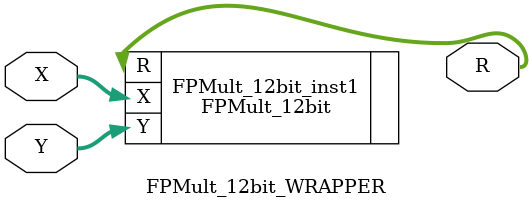
<source format=sv>
`timescale 1ns / 1ps


module FPMult_12bit_WRAPPER(

    input               [13:0] X,
    input               [13:0] Y,

    output logic        [13:0] R
);

FPMult_12bit FPMult_12bit_inst1(.X(X), .Y(Y), .R(R));

endmodule

</source>
